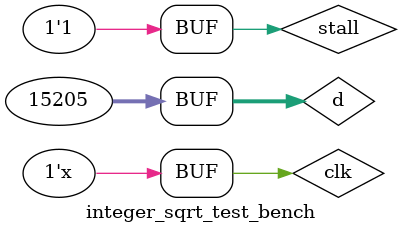
<source format=v>
module integer_sqrt_test_bench;
    reg stall = 1'b1;
    reg clk;
    reg[31:0] d;
    wire[31:0] quotient;
    wire[31:0] remainder;
    wire ready;

    integer_sqrt rooter(stall, clk, d, quotient, remainder, ready);

    initial clk = 0;
    always #5 clk = ~clk;

    initial begin
        #50 d = 312;
        stall = 1'b0;
        #500 stall = 1'b1;
        #20 d = 15205;
        #30 stall = 1'b0;
        #500 stall = 1'b1;
    end
    initial begin
        $monitor("stall: %d, quotient: %d, remainder: %d  ready: %d\n", stall, quotient, remainder, ready);
    end

endmodule
</source>
